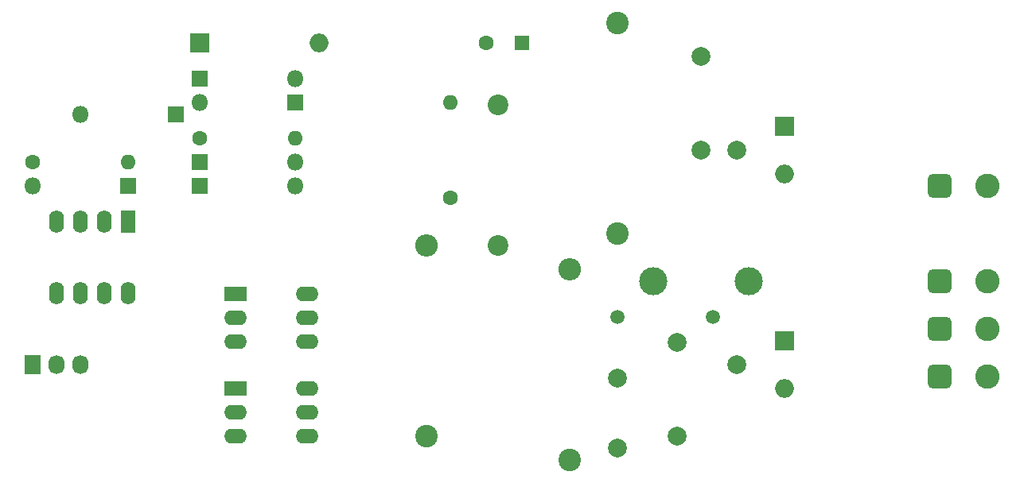
<source format=gbr>
%TF.GenerationSoftware,KiCad,Pcbnew,(6.0.6)*%
%TF.CreationDate,2022-08-31T19:42:32-05:00*%
%TF.ProjectId,Lavadora,4c617661-646f-4726-912e-6b696361645f,rev?*%
%TF.SameCoordinates,Original*%
%TF.FileFunction,Copper,L1,Top*%
%TF.FilePolarity,Positive*%
%FSLAX46Y46*%
G04 Gerber Fmt 4.6, Leading zero omitted, Abs format (unit mm)*
G04 Created by KiCad (PCBNEW (6.0.6)) date 2022-08-31 19:42:32*
%MOMM*%
%LPD*%
G01*
G04 APERTURE LIST*
G04 Aperture macros list*
%AMRoundRect*
0 Rectangle with rounded corners*
0 $1 Rounding radius*
0 $2 $3 $4 $5 $6 $7 $8 $9 X,Y pos of 4 corners*
0 Add a 4 corners polygon primitive as box body*
4,1,4,$2,$3,$4,$5,$6,$7,$8,$9,$2,$3,0*
0 Add four circle primitives for the rounded corners*
1,1,$1+$1,$2,$3*
1,1,$1+$1,$4,$5*
1,1,$1+$1,$6,$7*
1,1,$1+$1,$8,$9*
0 Add four rect primitives between the rounded corners*
20,1,$1+$1,$2,$3,$4,$5,0*
20,1,$1+$1,$4,$5,$6,$7,0*
20,1,$1+$1,$6,$7,$8,$9,0*
20,1,$1+$1,$8,$9,$2,$3,0*%
G04 Aperture macros list end*
%TA.AperFunction,ComponentPad*%
%ADD10C,2.600000*%
%TD*%
%TA.AperFunction,ComponentPad*%
%ADD11RoundRect,0.650000X-0.650000X-0.650000X0.650000X-0.650000X0.650000X0.650000X-0.650000X0.650000X0*%
%TD*%
%TA.AperFunction,ComponentPad*%
%ADD12C,2.000000*%
%TD*%
%TA.AperFunction,ComponentPad*%
%ADD13R,2.000000X2.000000*%
%TD*%
%TA.AperFunction,ComponentPad*%
%ADD14O,2.000000X2.000000*%
%TD*%
%TA.AperFunction,ComponentPad*%
%ADD15C,3.000000*%
%TD*%
%TA.AperFunction,ComponentPad*%
%ADD16C,1.500000*%
%TD*%
%TA.AperFunction,ComponentPad*%
%ADD17O,1.600000X1.600000*%
%TD*%
%TA.AperFunction,ComponentPad*%
%ADD18C,1.600000*%
%TD*%
%TA.AperFunction,ComponentPad*%
%ADD19O,2.400000X2.400000*%
%TD*%
%TA.AperFunction,ComponentPad*%
%ADD20C,2.400000*%
%TD*%
%TA.AperFunction,ComponentPad*%
%ADD21R,1.800000X1.800000*%
%TD*%
%TA.AperFunction,ComponentPad*%
%ADD22O,1.800000X1.800000*%
%TD*%
%TA.AperFunction,ComponentPad*%
%ADD23R,1.730000X2.030000*%
%TD*%
%TA.AperFunction,ComponentPad*%
%ADD24O,1.730000X2.030000*%
%TD*%
%TA.AperFunction,ComponentPad*%
%ADD25R,1.600000X1.600000*%
%TD*%
%TA.AperFunction,ComponentPad*%
%ADD26R,2.400000X1.600000*%
%TD*%
%TA.AperFunction,ComponentPad*%
%ADD27O,2.400000X1.600000*%
%TD*%
%TA.AperFunction,ComponentPad*%
%ADD28C,2.200000*%
%TD*%
%TA.AperFunction,ComponentPad*%
%ADD29R,1.600000X2.400000*%
%TD*%
%TA.AperFunction,ComponentPad*%
%ADD30O,1.600000X2.400000*%
%TD*%
G04 APERTURE END LIST*
D10*
%TO.P,P4,2*%
%TO.N,N/C*%
X107950000Y-40640000D03*
D11*
%TO.P,P4,1*%
X102870000Y-40640000D03*
%TD*%
%TO.P,P3,1*%
%TO.N,N/C*%
X102870000Y-35560000D03*
D10*
%TO.P,P3,2*%
X107950000Y-35560000D03*
%TD*%
%TO.P,P2,2*%
%TO.N,N/C*%
X107950000Y-30480000D03*
D11*
%TO.P,P2,1*%
X102870000Y-30480000D03*
%TD*%
D10*
%TO.P,P1,2*%
%TO.N,ISLA3*%
X107950000Y-20320000D03*
D11*
%TO.P,P1,1*%
X102870000Y-20320000D03*
%TD*%
D12*
%TO.P,PADSW2,1*%
%TO.N,N/C*%
X81280000Y-16510000D03*
%TD*%
D13*
%TO.P,SW1,1*%
%TO.N,ISLA3*%
X86360000Y-13970000D03*
D14*
%TO.P,SW1,2*%
%TO.N,N/C*%
X86360000Y-19050000D03*
%TD*%
D15*
%TO.P,E,1*%
%TO.N,N/C*%
X72390000Y-30480000D03*
%TD*%
%TO.P,D,1*%
%TO.N,N/C*%
X82550000Y-30480000D03*
%TD*%
D16*
%TO.P,PAD2J1,1*%
%TO.N,N/C*%
X68580000Y-34290000D03*
%TD*%
%TO.P,PAD1J1,1*%
%TO.N,N/C*%
X78740000Y-34290000D03*
%TD*%
D12*
%TO.P,PADSW2,1*%
%TO.N,N/C*%
X81280000Y-39370000D03*
%TD*%
D13*
%TO.P,SW2,1*%
%TO.N,N/C*%
X86360000Y-36830000D03*
D14*
%TO.P,SW2,2*%
X86360000Y-41910000D03*
%TD*%
D12*
%TO.P,CRF2,1*%
%TO.N,N/C*%
X77470000Y-16510000D03*
%TO.P,CRF2,2*%
%TO.N,ISLA3*%
X77470000Y-6510000D03*
%TD*%
%TO.P,VAR1,2*%
%TO.N,N/C*%
X68580000Y-40760000D03*
%TO.P,VAR1,1*%
X68580000Y-48260000D03*
%TD*%
%TO.P,CRF3,2*%
%TO.N,N/C*%
X74930000Y-36990000D03*
%TO.P,CRF3,1*%
X74930000Y-46990000D03*
%TD*%
D17*
%TO.P,R11,2*%
%TO.N,ISLA4*%
X16510000Y-17780000D03*
D18*
%TO.P,R11,1*%
%TO.N,N/C*%
X6350000Y-17780000D03*
%TD*%
D19*
%TO.P,R01,2*%
%TO.N,ISLA2*%
X48260000Y-26670000D03*
D20*
%TO.P,R01,1*%
%TO.N,N/C*%
X48260000Y-46990000D03*
%TD*%
D18*
%TO.P,R02,1*%
%TO.N,ISLA2*%
X50800000Y-21590000D03*
D17*
%TO.P,R02,2*%
%TO.N,N/C*%
X50800000Y-11430000D03*
%TD*%
D21*
%TO.P,D02,1*%
%TO.N,ISLA4*%
X24130000Y-20320000D03*
D22*
%TO.P,D02,2*%
%TO.N,N/C*%
X34290000Y-20320000D03*
%TD*%
D23*
%TO.P,CN1,1*%
%TO.N,ISLA1*%
X6350000Y-39370000D03*
D24*
%TO.P,CN1,2*%
%TO.N,N/C*%
X8890000Y-39370000D03*
%TO.P,CN1,3*%
X11430000Y-39370000D03*
%TD*%
D25*
%TO.P,CE1,1*%
%TO.N,ISLA4*%
X58420000Y-5080000D03*
D18*
%TO.P,CE1,2*%
%TO.N,ISLA1*%
X54620000Y-5080000D03*
%TD*%
D26*
%TO.P,MOC2,1*%
%TO.N,N/C*%
X27940000Y-41910000D03*
D27*
%TO.P,MOC2,2*%
X27940000Y-44450000D03*
%TO.P,MOC2,3*%
X27940000Y-46990000D03*
%TO.P,MOC2,4*%
X35560000Y-46990000D03*
%TO.P,MOC2,5*%
X35560000Y-44450000D03*
%TO.P,MOC2,6*%
X35560000Y-41910000D03*
%TD*%
D21*
%TO.P,D01,1*%
%TO.N,ISLA4*%
X24130000Y-8890000D03*
D22*
%TO.P,D01,2*%
%TO.N,N/C*%
X34290000Y-8890000D03*
%TD*%
D26*
%TO.P,MOC1,1*%
%TO.N,N/C*%
X27924989Y-31765011D03*
D27*
%TO.P,MOC1,2*%
X27924989Y-34305011D03*
%TO.P,MOC1,3*%
X27924989Y-36845011D03*
%TO.P,MOC1,4*%
X35544989Y-36845011D03*
%TO.P,MOC1,5*%
X35544989Y-34305011D03*
%TO.P,MOC1,6*%
X35544989Y-31765011D03*
%TD*%
D21*
%TO.P,D06,1*%
%TO.N,ISLA4*%
X16510000Y-20320000D03*
D22*
%TO.P,D06,2*%
%TO.N,N/C*%
X6350000Y-20320000D03*
%TD*%
D18*
%TO.P,R06,1*%
%TO.N,N/C*%
X24130000Y-15240000D03*
D17*
%TO.P,R06,2*%
X34290000Y-15240000D03*
%TD*%
D21*
%TO.P,D03,1*%
%TO.N,N/C*%
X34290000Y-11430000D03*
D22*
%TO.P,D03,2*%
%TO.N,ISLA1*%
X24130000Y-11430000D03*
%TD*%
D21*
%TO.P,D04,1*%
%TO.N,ISLA1*%
X24130000Y-17780000D03*
D22*
%TO.P,D04,2*%
%TO.N,N/C*%
X34290000Y-17780000D03*
%TD*%
D20*
%TO.P,CRF1,2*%
%TO.N,ISLA2*%
X68580000Y-2900000D03*
%TO.P,CRF1,1*%
%TO.N,N/C*%
X68580000Y-25400000D03*
%TD*%
D21*
%TO.P,D05,1*%
%TO.N,N/C*%
X21590000Y-12700000D03*
D22*
%TO.P,D05,2*%
%TO.N,ISLA1*%
X11430000Y-12700000D03*
%TD*%
D20*
%TO.P,R03,1*%
%TO.N,N/C*%
X63500000Y-49530000D03*
D19*
%TO.P,R03,2*%
X63500000Y-29210000D03*
%TD*%
D14*
%TO.P,DZ1,2*%
%TO.N,ISLA1*%
X36830000Y-5080000D03*
D13*
%TO.P,DZ1,1*%
%TO.N,ISLA4*%
X24130000Y-5080000D03*
%TD*%
D28*
%TO.P,CP1,1*%
%TO.N,ISLA2*%
X55880000Y-26670000D03*
%TO.P,CP1,2*%
%TO.N,N/C*%
X55880000Y-11670000D03*
%TD*%
D29*
%TO.P,U01,1*%
%TO.N,ISLA4*%
X16510000Y-24130000D03*
D30*
%TO.P,U01,2*%
%TO.N,N/C*%
X13970000Y-24130000D03*
%TO.P,U01,3*%
X11430000Y-24130000D03*
%TO.P,U01,4*%
X8890000Y-24130000D03*
%TO.P,U01,5*%
X8890000Y-31750000D03*
%TO.P,U01,6*%
X11430000Y-31750000D03*
%TO.P,U01,7*%
X13970000Y-31750000D03*
%TO.P,U01,8*%
%TO.N,ISLA1*%
X16510000Y-31750000D03*
%TD*%
M02*

</source>
